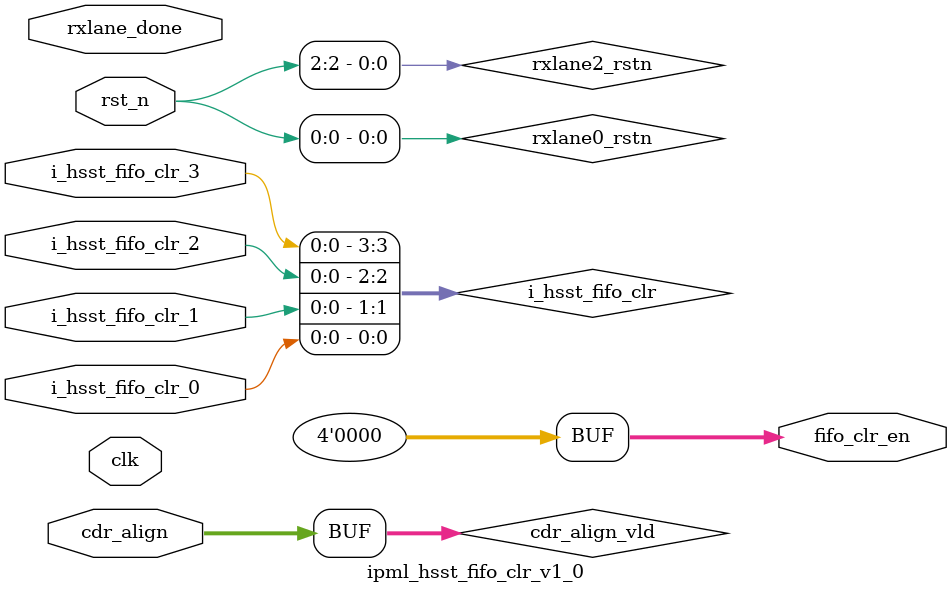
<source format=v>

`timescale 1ns/1ps
module  ipml_hsst_fifo_clr_v1_0#(
    parameter CH0_RX_ENABLE                = "TRUE"       , //TRUE:lane0 RX Reset Logic used, FALSE: lane0 RX Reset Logic remove
    parameter CH1_RX_ENABLE                = "TRUE"       , //TRUE:lane1 RX Reset Logic used, FALSE: lane1 RX Reset Logic remove
    parameter CH2_RX_ENABLE                = "TRUE"       , //TRUE:lane2 RX Reset Logic used, FALSE: lane2 RX Reset Logic remove
    parameter CH3_RX_ENABLE                = "TRUE"       , //TRUE:lane3 RX Reset Logic used, FALSE: lane3 RX Reset Logic remove
    parameter CH0_MULT_LANE_MODE           = 1            , //Lane0 --> 1: Singel Lane 2:Two Lane 4:Four Lane
    parameter CH1_MULT_LANE_MODE           = 1            , //Lane1 --> 1: Singel Lane 2:Two Lane 4:Four Lane
    parameter CH2_MULT_LANE_MODE           = 1            , //Lane2 --> 1: Singel Lane 2:Two Lane 4:Four Lane
    parameter CH3_MULT_LANE_MODE           = 1            , //Lane3 --> 1: Singel Lane 2:Two Lane 4:Four Lane
    parameter PCS_CH0_BYPASS_BONDING       = "FALSE"      , //TRUE: Lane0 Bypass Channel Bonding, FALSE: Lane0 No Bypass Channel Bonding
    parameter PCS_CH1_BYPASS_BONDING       = "FALSE"      , //TRUE: Lane1 Bypass Channel Bonding, FALSE: Lane1 No Bypass Channel Bonding
    parameter PCS_CH2_BYPASS_BONDING       = "FALSE"      , //TRUE: Lane2 Bypass Channel Bonding, FALSE: Lane2 No Bypass Channel Bonding
    parameter PCS_CH3_BYPASS_BONDING       = "FALSE"        //TRUE: Lane3 Bypass Channel Bonding, FALSE: Lane3 No Bypass Channel Bonding

)(
    // Reset and Clock
    input  wire                   clk               ,
    input  wire   [3 : 0]         rst_n             ,
    input  wire                   i_hsst_fifo_clr_0 ,
    input  wire                   i_hsst_fifo_clr_1 ,
    input  wire                   i_hsst_fifo_clr_2 ,
    input  wire                   i_hsst_fifo_clr_3 ,
    // HSST Reset Control Signal
    input  wire   [3 : 0]         cdr_align         ,
    input  wire   [3 : 0]         rxlane_done       ,
    output wire   [3 : 0]         fifo_clr_en     
);


//****************************************************************************//
//                      Internal Signal                                       //
//****************************************************************************//
reg    [3 : 0]          cdr_align_lock          ; 
wire   [3 : 0]          cdr_align_vld           ; 
reg    [3 : 0]          cdr_align_vld_ff1       ; 
wire   [3 : 0]          cdr_align_vld_pos       ;
wire   [3 : 0]          i_hsst_fifo_clr         ;
wire                    rxlane0_rstn            ;
wire                    rxlane2_rstn            ;
reg    [3 : 0]          tx_fifo_clr_en          ; 

//****************************************************************************//
//                      Sequential and Logic                                  //
//****************************************************************************//
assign rxlane0_rstn      = rst_n[0];//master lane0 reset port when lane0 is bonding
assign rxlane2_rstn      = rst_n[2];//master lane2 reset port when lane2 is bonding
assign cdr_align_vld[0]  = (CH0_RX_ENABLE=="TRUE") ? cdr_align[0]: 1'b0;
assign cdr_align_vld[1]  = (CH1_RX_ENABLE=="TRUE") ? cdr_align[1]: 1'b0;
assign cdr_align_vld[2]  = (CH2_RX_ENABLE=="TRUE") ? cdr_align[2]: 1'b0;
assign cdr_align_vld[3]  = (CH3_RX_ENABLE=="TRUE") ? cdr_align[3]: 1'b0;
assign i_hsst_fifo_clr   = {i_hsst_fifo_clr_3,i_hsst_fifo_clr_2,i_hsst_fifo_clr_1,i_hsst_fifo_clr_0};

assign cdr_align_vld_pos = cdr_align_vld & (~cdr_align_vld_ff1);

genvar i;
generate
for(i=0; i<4; i=i+1) begin : CDR_LOCK
    always @ (posedge clk or negedge rst_n[i]) begin
        if(!rst_n[i]) 
            cdr_align_vld_ff1[i] <= 4'b0;
        else 
            cdr_align_vld_ff1[i] <= cdr_align_vld[i];
    end
    always @ (posedge clk or negedge rst_n[i]) begin
         if(!rst_n[i]) 
             cdr_align_lock[i] <= 1'b0;
         else if(fifo_clr_en[i]==1'b1)
             cdr_align_lock[i] <= 1'b0;
         else if(cdr_align_vld_pos[i]==1'b1) 
             cdr_align_lock[i] <= 1'b1;
         else ;
    end
end
endgenerate

generate
if(CH0_MULT_LANE_MODE==4) begin: FOUR_LANE_MODE
    //generate clr enable
    always @ (posedge clk or negedge rxlane0_rstn) begin
        if(!rxlane0_rstn)
            tx_fifo_clr_en <= 4'b0;
        else if(PCS_CH0_BYPASS_BONDING=="TRUE")
            tx_fifo_clr_en <= i_hsst_fifo_clr;
        else if((|cdr_align_lock) && (&rxlane_done))
            tx_fifo_clr_en <= 4'b1111;
        else
            tx_fifo_clr_en <= 4'b0;
    end
    
    assign fifo_clr_en = tx_fifo_clr_en;
end
else if(CH0_MULT_LANE_MODE==2 && CH2_MULT_LANE_MODE==2) begin:TWO_LANE_MODE 
    //generate clr enable
    always @ (posedge clk or negedge rxlane0_rstn) begin
        if(!rxlane0_rstn)
            tx_fifo_clr_en[1:0] <= 2'b0;
        else if(PCS_CH0_BYPASS_BONDING=="TRUE")
            tx_fifo_clr_en[1:0] <= i_hsst_fifo_clr[1:0];
        else if((|cdr_align_lock[1:0]) && (&rxlane_done[1:0]))
            tx_fifo_clr_en[1:0] <= 2'b11;
        else
            tx_fifo_clr_en[1:0] <= 2'b0;
    end
    
    //generate clr enable
    always @ (posedge clk or negedge rxlane2_rstn) begin
        if(!rxlane2_rstn)
            tx_fifo_clr_en[3:2] <= 2'b0;
        else if(PCS_CH2_BYPASS_BONDING=="TRUE")
            tx_fifo_clr_en[3:2] <= i_hsst_fifo_clr[3:2];
        else if((|cdr_align_lock[3:2]) && (&rxlane_done[3:2]))
            tx_fifo_clr_en[3:2] <= 2'b11;
        else
            tx_fifo_clr_en[3:2] <= 2'b0;
    end
    
    assign fifo_clr_en = tx_fifo_clr_en;
end
else if(CH0_MULT_LANE_MODE==2) begin:TWO_LANE_MODE0 
    //generate clr enable
    always @ (posedge clk or negedge rxlane0_rstn) begin
        if(!rxlane0_rstn)
            tx_fifo_clr_en <= 4'b0000;
        else if(PCS_CH0_BYPASS_BONDING=="TRUE")
            tx_fifo_clr_en <= {2'b00,i_hsst_fifo_clr[1:0]};
        else if((|cdr_align_lock[1:0]) && (&rxlane_done[1:0]))
            tx_fifo_clr_en <= 4'b0011;
        else
            tx_fifo_clr_en <= 4'b0000;
    end
    
    assign fifo_clr_en = tx_fifo_clr_en;
end
else if(CH2_MULT_LANE_MODE==2) begin:TWO_LANE_MODE1
    //generate clr enable
    always @ (posedge clk or negedge rxlane2_rstn) begin
        if(!rxlane2_rstn)
            tx_fifo_clr_en <= 4'b0000;
        else if(PCS_CH2_BYPASS_BONDING=="TRUE")
            tx_fifo_clr_en <= {i_hsst_fifo_clr[3:2],2'b00};
        else if((|cdr_align_lock[3:2]) && (&rxlane_done[3:2]))
            tx_fifo_clr_en <= 4'b1100;
        else
            tx_fifo_clr_en <= 4'b0000;
    end
    
    assign fifo_clr_en = tx_fifo_clr_en;
end
else begin : ONE_LANE_MODE
    assign fifo_clr_en = 4'b0;
end
endgenerate

endmodule

</source>
